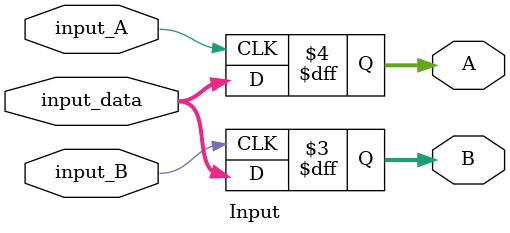
<source format=v>
`timescale 1ns / 1ps


module Input(
    input input_A,
    input input_B,
    input wire [31:0] input_data,
    output reg [31:0] A,
    output reg [31:0] B
    );
    always @(posedge input_A) begin
        A <= input_data; 
    end
    always @(posedge input_B) begin
        B <= input_data;
    end
endmodule

</source>
